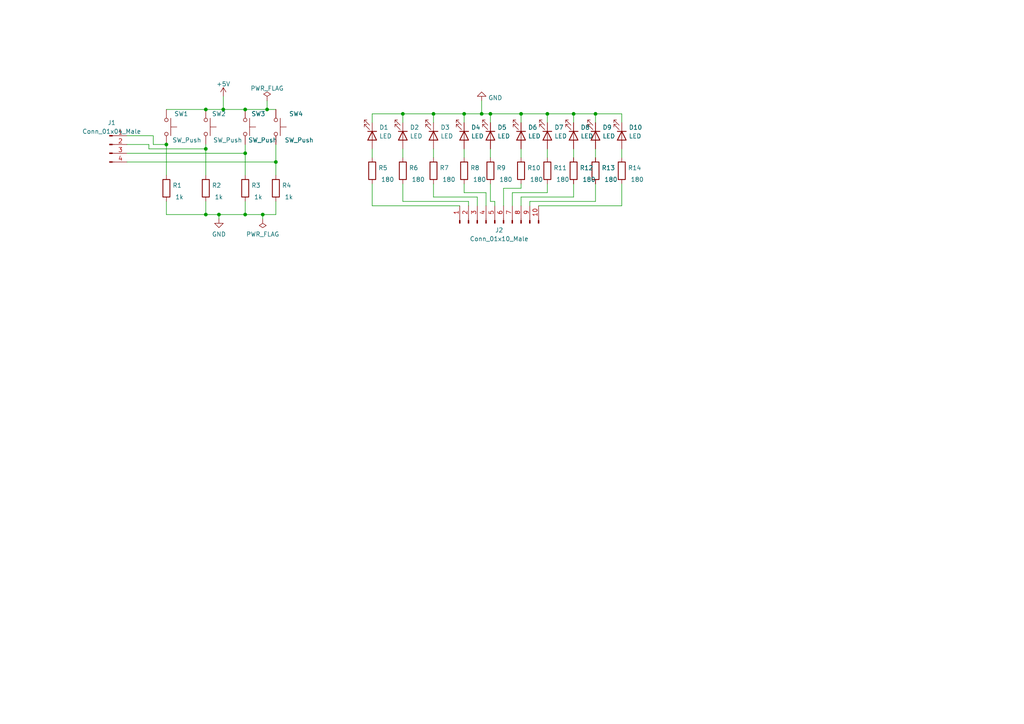
<source format=kicad_sch>
(kicad_sch (version 20211123) (generator eeschema)
  (paper "A4")
  (lib_symbols
    (symbol "Connector:Conn_01x04_Male" (pin_names (offset 1.016) hide)
      (property "Reference" "J" (at 0 5.08 0))
      (property "Value" "Conn_01x04_Male" (at 0 -7.62 0))
      (symbol "Conn_01x04_Male_1_1"
        (polyline (pts (xy 1.27 -5.08) (xy 0.8636 -5.08)) (stroke (width 0.1524)))
        (polyline (pts (xy 1.27 -2.54) (xy 0.8636 -2.54)) (stroke (width 0.1524)))
        (polyline (pts (xy 1.27 0) (xy 0.8636 0)) (stroke (width 0.1524)))
        (polyline (pts (xy 1.27 2.54) (xy 0.8636 2.54)) (stroke (width 0.1524)))
        (rectangle (start 0.8636 -4.953) (end 0 -5.207) (stroke (width 0.1524)) (fill (type outline)))
        (rectangle (start 0.8636 -2.413) (end 0 -2.667) (stroke (width 0.1524)) (fill (type outline)))
        (rectangle (start 0.8636 0.127) (end 0 -0.127) (stroke (width 0.1524)) (fill (type outline)))
        (rectangle (start 0.8636 2.667) (end 0 2.413) (stroke (width 0.1524)) (fill (type outline)))
        (pin passive line (at 5.08 2.54 180) (length 3.81) (name "Pin_1") (number "1"))
        (pin passive line (at 5.08 0 180) (length 3.81) (name "Pin_2") (number "2"))
        (pin passive line (at 5.08 -2.54 180) (length 3.81) (name "Pin_3") (number "3"))
        (pin passive line (at 5.08 -5.08 180) (length 3.81) (name "Pin_4") (number "4"))
      )
    )
    (symbol "Connector:Conn_01x10_Male" (pin_names (offset 1.016) hide)
      (property "Reference" "J" (at 0 12.7 0))
      (property "Value" "Conn_01x10_Male" (at 0 -15.24 0))
      (symbol "Conn_01x10_Male_1_1"
        (polyline (pts (xy 1.27 -12.7) (xy 0.8636 -12.7)) (stroke (width 0.1524)))
        (polyline (pts (xy 1.27 -10.16) (xy 0.8636 -10.16)) (stroke (width 0.1524)))
        (polyline (pts (xy 1.27 -7.62) (xy 0.8636 -7.62)) (stroke (width 0.1524)))
        (polyline (pts (xy 1.27 -5.08) (xy 0.8636 -5.08)) (stroke (width 0.1524)))
        (polyline (pts (xy 1.27 -2.54) (xy 0.8636 -2.54)) (stroke (width 0.1524)))
        (polyline (pts (xy 1.27 0) (xy 0.8636 0)) (stroke (width 0.1524)))
        (polyline (pts (xy 1.27 2.54) (xy 0.8636 2.54)) (stroke (width 0.1524)))
        (polyline (pts (xy 1.27 5.08) (xy 0.8636 5.08)) (stroke (width 0.1524)))
        (polyline (pts (xy 1.27 7.62) (xy 0.8636 7.62)) (stroke (width 0.1524)))
        (polyline (pts (xy 1.27 10.16) (xy 0.8636 10.16)) (stroke (width 0.1524)))
        (rectangle (start 0.8636 -12.573) (end 0 -12.827) (stroke (width 0.1524)) (fill (type outline)))
        (rectangle (start 0.8636 -10.033) (end 0 -10.287) (stroke (width 0.1524)) (fill (type outline)))
        (rectangle (start 0.8636 -7.493) (end 0 -7.747) (stroke (width 0.1524)) (fill (type outline)))
        (rectangle (start 0.8636 -4.953) (end 0 -5.207) (stroke (width 0.1524)) (fill (type outline)))
        (rectangle (start 0.8636 -2.413) (end 0 -2.667) (stroke (width 0.1524)) (fill (type outline)))
        (rectangle (start 0.8636 0.127) (end 0 -0.127) (stroke (width 0.1524)) (fill (type outline)))
        (rectangle (start 0.8636 2.667) (end 0 2.413) (stroke (width 0.1524)) (fill (type outline)))
        (rectangle (start 0.8636 5.207) (end 0 4.953) (stroke (width 0.1524)) (fill (type outline)))
        (rectangle (start 0.8636 7.747) (end 0 7.493) (stroke (width 0.1524)) (fill (type outline)))
        (rectangle (start 0.8636 10.287) (end 0 10.033) (stroke (width 0.1524)) (fill (type outline)))
        (pin passive line (at 5.08 10.16 180) (length 3.81) (name "Pin_1") (number "1"))
        (pin passive line (at 5.08 -12.7 180) (length 3.81) (name "Pin_10") (number "10"))
        (pin passive line (at 5.08 7.62 180) (length 3.81) (name "Pin_2") (number "2"))
        (pin passive line (at 5.08 5.08 180) (length 3.81) (name "Pin_3") (number "3"))
        (pin passive line (at 5.08 2.54 180) (length 3.81) (name "Pin_4") (number "4"))
        (pin passive line (at 5.08 0 180) (length 3.81) (name "Pin_5") (number "5"))
        (pin passive line (at 5.08 -2.54 180) (length 3.81) (name "Pin_6") (number "6"))
        (pin passive line (at 5.08 -5.08 180) (length 3.81) (name "Pin_7") (number "7"))
        (pin passive line (at 5.08 -7.62 180) (length 3.81) (name "Pin_8") (number "8"))
        (pin passive line (at 5.08 -10.16 180) (length 3.81) (name "Pin_9") (number "9"))
      )
    )
    (symbol "Device:LED" (pin_numbers hide) (pin_names (offset 1.016) hide)
      (property "Reference" "D" (at 0 2.54 0))
      (property "Value" "LED" (at 0 -2.54 0))
      (symbol "LED_0_1"
        (polyline (pts (xy -1.27 -1.27) (xy -1.27 1.27)) (stroke (width 0.254)))
        (polyline (pts (xy -1.27 0) (xy 1.27 0)))
        (polyline (pts (xy 1.27 -1.27) (xy 1.27 1.27) (xy -1.27 0) (xy 1.27 -1.27)) (stroke (width 0.254)))
        (polyline (pts (xy -3.048 -0.762) (xy -4.572 -2.286) (xy -3.81 -2.286) (xy -4.572 -2.286) (xy -4.572 -1.524)))
        (polyline (pts (xy -1.778 -0.762) (xy -3.302 -2.286) (xy -2.54 -2.286) (xy -3.302 -2.286) (xy -3.302 -1.524)))
      )
      (symbol "LED_1_1"
        (pin passive line (at -3.81 0 0) (length 2.54) (name "K") (number "1"))
        (pin passive line (at 3.81 0 180) (length 2.54) (name "A") (number "2"))
      )
    )
    (symbol "Device:R" (pin_numbers hide) (pin_names (offset 0))
      (property "Reference" "R" (at 2.032 0 90))
      (property "Value" "R" (at 0 0 90))
      (symbol "R_0_1"
        (rectangle (start -1.016 -2.54) (end 1.016 2.54) (stroke (width 0.254)))
      )
      (symbol "R_1_1"
        (pin passive line (at 0 3.81 270) (length 1.27) (name "~") (number "1"))
        (pin passive line (at 0 -3.81 90) (length 1.27) (name "~") (number "2"))
      )
    )
    (symbol "Switch:SW_Push" (pin_numbers hide) (pin_names (offset 1.016) hide)
      (property "Reference" "SW" (at 1.27 2.54 0))
      (property "Value" "SW_Push" (at 0 -1.524 0))
      (symbol "SW_Push_0_1"
        (circle (center -2.032 0) (radius 0.508))
        (polyline (pts (xy 0 1.27) (xy 0 3.048)))
        (polyline (pts (xy 2.54 1.27) (xy -2.54 1.27)))
        (circle (center 2.032 0) (radius 0.508))
        (pin passive line (at -5.08 0 0) (length 2.54) (name "1") (number "1"))
        (pin passive line (at 5.08 0 180) (length 2.54) (name "2") (number "2"))
      )
    )
    (symbol "power:+5V" (power) (pin_names (offset 0))
      (property "Value" "+5V" (at 0 3.556 0))
      (symbol "+5V_0_1"
        (polyline (pts (xy -0.762 1.27) (xy 0 2.54)))
        (polyline (pts (xy 0 0) (xy 0 2.54)))
        (polyline (pts (xy 0 2.54) (xy 0.762 1.27)))
      )
      (symbol "+5V_1_1"
        (pin power_in line (at 0 0 90) (length 0) hide (name "+5V") (number "1"))
      )
    )
    (symbol "power:GND" (power) (pin_names (offset 0))
      (property "Value" "GND" (at 0 -3.81 0))
      (symbol "GND_0_1"
        (polyline (pts (xy 0 0) (xy 0 -1.27) (xy 1.27 -1.27) (xy 0 -2.54) (xy -1.27 -1.27) (xy 0 -1.27)))
      )
      (symbol "GND_1_1"
        (pin power_in line (at 0 0 270) (length 0) hide (name "GND") (number "1"))
      )
    )
    (symbol "power:PWR_FLAG" (power) (pin_numbers hide) (pin_names (offset 0) hide)
      (property "Value" "PWR_FLAG" (at 0 3.81 0))
      (symbol "PWR_FLAG_0_0"
        (pin power_out line (at 0 0 90) (length 0) (name "pwr") (number "1"))
      )
      (symbol "PWR_FLAG_0_1"
        (polyline (pts (xy 0 0) (xy 0 1.27) (xy -1.016 1.905) (xy 0 2.54) (xy 1.016 1.905) (xy 0 1.27)))
      )
    )
  )
  (junction (at 71.12 31.75))
  (junction (at 134.62 33.02))
  (junction (at 71.12 44.45))
  (junction (at 64.77 31.75))
  (junction (at 158.75 33.02))
  (junction (at 142.24 33.02))
  (junction (at 59.69 43.18))
  (junction (at 125.73 33.02))
  (junction (at 151.13 33.02))
  (junction (at 116.84 33.02))
  (junction (at 63.5 62.23))
  (junction (at 139.7 33.02))
  (junction (at 59.69 31.75))
  (junction (at 166.37 33.02))
  (junction (at 71.12 62.23))
  (junction (at 80.01 46.99))
  (junction (at 59.69 62.23))
  (junction (at 77.47 31.75))
  (junction (at 172.72 33.02))
  (junction (at 76.2 62.23))
  (junction (at 48.26 41.91))
  (wire (pts (xy 107.95 53.34) (xy 107.95 59.69)))
  (wire (pts (xy 156.21 59.69) (xy 180.34 59.69)))
  (wire (pts (xy 142.24 43.18) (xy 142.24 45.72)))
  (wire (pts (xy 166.37 33.02) (xy 172.72 33.02)))
  (wire (pts (xy 71.12 31.75) (xy 77.47 31.75)))
  (wire (pts (xy 77.47 31.75) (xy 80.01 31.75)))
  (wire (pts (xy 59.69 58.42) (xy 59.69 62.23)))
  (wire (pts (xy 36.83 41.91) (xy 43.18 41.91)))
  (wire (pts (xy 80.01 41.91) (xy 80.01 46.99)))
  (wire (pts (xy 134.62 35.56) (xy 134.62 33.02)))
  (wire (pts (xy 125.73 33.02) (xy 134.62 33.02)))
  (wire (pts (xy 148.59 55.88) (xy 148.59 59.69)))
  (wire (pts (xy 107.95 33.02) (xy 116.84 33.02)))
  (wire (pts (xy 71.12 41.91) (xy 71.12 44.45)))
  (wire (pts (xy 116.84 53.34) (xy 116.84 58.42)))
  (wire (pts (xy 36.83 44.45) (xy 71.12 44.45)))
  (wire (pts (xy 36.83 39.37) (xy 44.45 39.37)))
  (wire (pts (xy 134.62 43.18) (xy 134.62 45.72)))
  (wire (pts (xy 158.75 43.18) (xy 158.75 45.72)))
  (wire (pts (xy 43.18 41.91) (xy 43.18 43.18)))
  (wire (pts (xy 142.24 53.34) (xy 142.24 58.42)))
  (wire (pts (xy 140.97 55.88) (xy 140.97 59.69)))
  (wire (pts (xy 48.26 41.91) (xy 48.26 50.8)))
  (wire (pts (xy 107.95 59.69) (xy 133.35 59.69)))
  (wire (pts (xy 77.47 29.21) (xy 77.47 31.75)))
  (wire (pts (xy 71.12 62.23) (xy 76.2 62.23)))
  (wire (pts (xy 71.12 58.42) (xy 71.12 62.23)))
  (wire (pts (xy 138.43 57.15) (xy 138.43 59.69)))
  (wire (pts (xy 151.13 33.02) (xy 158.75 33.02)))
  (wire (pts (xy 166.37 53.34) (xy 166.37 57.15)))
  (wire (pts (xy 48.26 62.23) (xy 59.69 62.23)))
  (wire (pts (xy 116.84 33.02) (xy 125.73 33.02)))
  (wire (pts (xy 134.62 33.02) (xy 139.7 33.02)))
  (wire (pts (xy 107.95 43.18) (xy 107.95 45.72)))
  (wire (pts (xy 151.13 54.61) (xy 146.05 54.61)))
  (wire (pts (xy 166.37 35.56) (xy 166.37 33.02)))
  (wire (pts (xy 107.95 35.56) (xy 107.95 33.02)))
  (wire (pts (xy 125.73 57.15) (xy 138.43 57.15)))
  (wire (pts (xy 172.72 35.56) (xy 172.72 33.02)))
  (wire (pts (xy 158.75 53.34) (xy 158.75 55.88)))
  (wire (pts (xy 158.75 55.88) (xy 148.59 55.88)))
  (wire (pts (xy 43.18 43.18) (xy 59.69 43.18)))
  (wire (pts (xy 116.84 43.18) (xy 116.84 45.72)))
  (wire (pts (xy 134.62 55.88) (xy 140.97 55.88)))
  (wire (pts (xy 143.51 58.42) (xy 143.51 59.69)))
  (wire (pts (xy 64.77 31.75) (xy 59.69 31.75)))
  (wire (pts (xy 151.13 57.15) (xy 151.13 59.69)))
  (wire (pts (xy 59.69 62.23) (xy 63.5 62.23)))
  (wire (pts (xy 59.69 41.91) (xy 59.69 43.18)))
  (wire (pts (xy 36.83 46.99) (xy 80.01 46.99)))
  (wire (pts (xy 180.34 59.69) (xy 180.34 53.34)))
  (wire (pts (xy 153.67 58.42) (xy 172.72 58.42)))
  (wire (pts (xy 172.72 43.18) (xy 172.72 45.72)))
  (wire (pts (xy 76.2 62.23) (xy 76.2 63.5)))
  (wire (pts (xy 80.01 58.42) (xy 80.01 62.23)))
  (wire (pts (xy 135.89 58.42) (xy 135.89 59.69)))
  (wire (pts (xy 48.26 58.42) (xy 48.26 62.23)))
  (wire (pts (xy 48.26 31.75) (xy 59.69 31.75)))
  (wire (pts (xy 166.37 43.18) (xy 166.37 45.72)))
  (wire (pts (xy 125.73 33.02) (xy 125.73 35.56)))
  (wire (pts (xy 172.72 33.02) (xy 180.34 33.02)))
  (wire (pts (xy 142.24 33.02) (xy 151.13 33.02)))
  (wire (pts (xy 125.73 43.18) (xy 125.73 45.72)))
  (wire (pts (xy 63.5 62.23) (xy 63.5 63.5)))
  (wire (pts (xy 180.34 43.18) (xy 180.34 45.72)))
  (wire (pts (xy 153.67 59.69) (xy 153.67 58.42)))
  (wire (pts (xy 80.01 46.99) (xy 80.01 50.8)))
  (wire (pts (xy 139.7 33.02) (xy 142.24 33.02)))
  (wire (pts (xy 116.84 58.42) (xy 135.89 58.42)))
  (wire (pts (xy 125.73 53.34) (xy 125.73 57.15)))
  (wire (pts (xy 142.24 58.42) (xy 143.51 58.42)))
  (wire (pts (xy 134.62 53.34) (xy 134.62 55.88)))
  (wire (pts (xy 63.5 62.23) (xy 71.12 62.23)))
  (wire (pts (xy 64.77 27.94) (xy 64.77 31.75)))
  (wire (pts (xy 116.84 33.02) (xy 116.84 35.56)))
  (wire (pts (xy 146.05 54.61) (xy 146.05 59.69)))
  (wire (pts (xy 142.24 35.56) (xy 142.24 33.02)))
  (wire (pts (xy 180.34 33.02) (xy 180.34 35.56)))
  (wire (pts (xy 151.13 35.56) (xy 151.13 33.02)))
  (wire (pts (xy 139.7 29.21) (xy 139.7 33.02)))
  (wire (pts (xy 166.37 57.15) (xy 151.13 57.15)))
  (wire (pts (xy 172.72 58.42) (xy 172.72 53.34)))
  (wire (pts (xy 151.13 43.18) (xy 151.13 45.72)))
  (wire (pts (xy 151.13 53.34) (xy 151.13 54.61)))
  (wire (pts (xy 44.45 41.91) (xy 48.26 41.91)))
  (wire (pts (xy 158.75 33.02) (xy 166.37 33.02)))
  (wire (pts (xy 44.45 39.37) (xy 44.45 41.91)))
  (wire (pts (xy 71.12 44.45) (xy 71.12 50.8)))
  (wire (pts (xy 76.2 62.23) (xy 80.01 62.23)))
  (wire (pts (xy 71.12 31.75) (xy 64.77 31.75)))
  (wire (pts (xy 158.75 35.56) (xy 158.75 33.02)))
  (wire (pts (xy 59.69 43.18) (xy 59.69 50.8)))
  (symbol (lib_id "power:PWR_FLAG") (at 77.47 29.21 0) (unit 1)
    (property "Reference" "#FLG02" (effects hide))
    (property "Value" "PWR_FLAG" (at 77.47 25.6342 0))
  )
  (symbol (lib_id "Device:R") (at 59.69 54.61 0) (unit 1)
    (property "Reference" "R2" (at 61.468 53.7753 0) (effects (justify left)))
    (property "Value" "1k" (at 62.23 57.15 0) (effects (justify left)))
  )
  (symbol (lib_id "Device:LED") (at 107.95 39.37 270) (unit 1)
    (property "Reference" "D1" (at 109.982 36.9478 90) (effects (justify left)))
    (property "Value" "LED" (at 109.982 39.4847 90) (effects (justify left)))
  )
  (symbol (lib_id "Device:LED") (at 151.13 39.37 270) (unit 1)
    (property "Reference" "D6" (at 153.162 36.9478 90) (effects (justify left)))
    (property "Value" "LED" (at 153.162 39.4847 90) (effects (justify left)))
  )
  (symbol (lib_id "Device:R") (at 142.24 49.53 0) (unit 1)
    (property "Reference" "R9" (at 144.018 48.6953 0) (effects (justify left)))
    (property "Value" "180" (at 144.78 52.07 0) (effects (justify left)))
  )
  (symbol (lib_id "Device:R") (at 80.01 54.61 0) (unit 1)
    (property "Reference" "R4" (at 81.788 53.7753 0) (effects (justify left)))
    (property "Value" "1k" (at 82.55 57.15 0) (effects (justify left)))
  )
  (symbol (lib_id "Connector:Conn_01x04_Male") (at 31.75 41.91 0) (unit 1)
    (property "Reference" "J1" (at 32.385 35.594 0))
    (property "Value" "Conn_01x04_Male" (at 32.385 38.1309 0))
  )
  (symbol (lib_id "Device:LED") (at 180.34 39.37 270) (unit 1)
    (property "Reference" "D10" (at 182.372 36.9478 90) (effects (justify left)))
    (property "Value" "LED" (at 182.372 39.4847 90) (effects (justify left)))
  )
  (symbol (lib_id "Device:LED") (at 142.24 39.37 270) (unit 1)
    (property "Reference" "D5" (at 144.272 36.9478 90) (effects (justify left)))
    (property "Value" "LED" (at 144.272 39.4847 90) (effects (justify left)))
  )
  (symbol (lib_id "Device:R") (at 134.62 49.53 0) (unit 1)
    (property "Reference" "R8" (at 136.398 48.6953 0) (effects (justify left)))
    (property "Value" "180" (at 137.16 52.07 0) (effects (justify left)))
  )
  (symbol (lib_id "Device:R") (at 125.73 49.53 0) (unit 1)
    (property "Reference" "R7" (at 127.508 48.6953 0) (effects (justify left)))
    (property "Value" "180" (at 128.27 52.07 0) (effects (justify left)))
  )
  (symbol (lib_id "Device:R") (at 166.37 49.53 0) (unit 1)
    (property "Reference" "R12" (at 168.148 48.6953 0) (effects (justify left)))
    (property "Value" "180" (at 168.91 52.07 0) (effects (justify left)))
  )
  (symbol (lib_id "power:GND") (at 139.7 29.21 180) (unit 1)
    (property "Reference" "#PWR03" (effects hide))
    (property "Value" "GND" (at 141.605 28.3738 0) (effects (justify right)))
  )
  (symbol (lib_id "Switch:SW_Push") (at 59.69 36.83 270) (unit 1)
    (property "Reference" "SW2" (at 63.5 33.02 90))
    (property "Value" "SW_Push" (at 66.04 40.64 90))
  )
  (symbol (lib_id "Device:R") (at 151.13 49.53 0) (unit 1)
    (property "Reference" "R10" (at 152.908 48.6953 0) (effects (justify left)))
    (property "Value" "180" (at 153.67 52.07 0) (effects (justify left)))
  )
  (symbol (lib_id "power:+5V") (at 64.77 27.94 0) (unit 1)
    (property "Reference" "#PWR02" (effects hide))
    (property "Value" "+5V" (at 64.77 24.3642 0))
  )
  (symbol (lib_id "Switch:SW_Push") (at 48.26 36.83 270) (unit 1)
    (property "Reference" "SW1" (at 54.61 33.02 90) (effects (justify right)))
    (property "Value" "SW_Push" (at 58.42 40.64 90) (effects (justify right)))
  )
  (symbol (lib_id "Device:LED") (at 166.37 39.37 270) (unit 1)
    (property "Reference" "D8" (at 168.402 36.9478 90) (effects (justify left)))
    (property "Value" "LED" (at 168.402 39.4847 90) (effects (justify left)))
  )
  (symbol (lib_id "Switch:SW_Push") (at 71.12 36.83 270) (unit 1)
    (property "Reference" "SW3" (at 74.93 33.02 90))
    (property "Value" "SW_Push" (at 76.2 40.64 90))
  )
  (symbol (lib_id "Device:R") (at 172.72 49.53 0) (unit 1)
    (property "Reference" "R13" (at 174.498 48.6953 0) (effects (justify left)))
    (property "Value" "180" (at 175.26 52.07 0) (effects (justify left)))
  )
  (symbol (lib_id "Device:R") (at 48.26 54.61 0) (unit 1)
    (property "Reference" "R1" (at 50.038 53.7753 0) (effects (justify left)))
    (property "Value" "1k" (at 50.8 57.15 0) (effects (justify left)))
  )
  (symbol (lib_id "power:PWR_FLAG") (at 76.2 63.5 180) (unit 1)
    (property "Reference" "#FLG01" (effects hide))
    (property "Value" "PWR_FLAG" (at 76.2 67.9434 0))
  )
  (symbol (lib_id "Switch:SW_Push") (at 80.01 36.83 270) (unit 1)
    (property "Reference" "SW4" (at 83.82 33.02 90) (effects (justify left)))
    (property "Value" "SW_Push" (at 82.55 40.64 90) (effects (justify left)))
  )
  (symbol (lib_id "Device:R") (at 107.95 49.53 0) (unit 1)
    (property "Reference" "R5" (at 109.728 48.6953 0) (effects (justify left)))
    (property "Value" "180" (at 110.49 52.07 0) (effects (justify left)))
  )
  (symbol (lib_id "Device:LED") (at 158.75 39.37 270) (unit 1)
    (property "Reference" "D7" (at 160.782 36.9478 90) (effects (justify left)))
    (property "Value" "LED" (at 160.782 39.4847 90) (effects (justify left)))
  )
  (symbol (lib_id "Device:LED") (at 134.62 39.37 270) (unit 1)
    (property "Reference" "D4" (at 136.652 36.9478 90) (effects (justify left)))
    (property "Value" "LED" (at 136.652 39.4847 90) (effects (justify left)))
  )
  (symbol (lib_id "Device:LED") (at 116.84 39.37 270) (unit 1)
    (property "Reference" "D2" (at 118.872 36.9478 90) (effects (justify left)))
    (property "Value" "LED" (at 118.872 39.4847 90) (effects (justify left)))
  )
  (symbol (lib_id "Device:LED") (at 125.73 39.37 270) (unit 1)
    (property "Reference" "D3" (at 127.762 36.9478 90) (effects (justify left)))
    (property "Value" "LED" (at 127.762 39.4847 90) (effects (justify left)))
  )
  (symbol (lib_id "Connector:Conn_01x10_Male") (at 143.51 64.77 90) (unit 1)
    (property "Reference" "J2" (at 144.78 66.7496 90))
    (property "Value" "Conn_01x10_Male" (at 144.78 69.2865 90))
  )
  (symbol (lib_id "Device:LED") (at 172.72 39.37 270) (unit 1)
    (property "Reference" "D9" (at 174.752 36.9478 90) (effects (justify left)))
    (property "Value" "LED" (at 174.752 39.4847 90) (effects (justify left)))
  )
  (symbol (lib_id "Device:R") (at 116.84 49.53 0) (unit 1)
    (property "Reference" "R6" (at 118.618 48.6953 0) (effects (justify left)))
    (property "Value" "180" (at 119.38 52.07 0) (effects (justify left)))
  )
  (symbol (lib_id "power:GND") (at 63.5 63.5 0) (unit 1)
    (property "Reference" "#PWR01" (effects hide))
    (property "Value" "GND" (at 63.5 67.9434 0))
  )
  (symbol (lib_id "Device:R") (at 158.75 49.53 0) (unit 1)
    (property "Reference" "R11" (at 160.528 48.6953 0) (effects (justify left)))
    (property "Value" "180" (at 161.29 52.07 0) (effects (justify left)))
  )
  (symbol (lib_id "Device:R") (at 180.34 49.53 0) (unit 1)
    (property "Reference" "R14" (at 182.118 48.6953 0) (effects (justify left)))
    (property "Value" "180" (at 182.88 52.07 0) (effects (justify left)))
  )
  (symbol (lib_id "Device:R") (at 71.12 54.61 0) (unit 1)
    (property "Reference" "R3" (at 72.898 53.7753 0) (effects (justify left)))
    (property "Value" "1k" (at 73.66 57.15 0) (effects (justify left)))
  )
)
</source>
